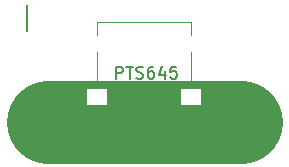
<source format=gto>
%TF.GenerationSoftware,KiCad,Pcbnew,4.0.5-e0-6337~49~ubuntu16.04.1*%
%TF.CreationDate,2017-02-13T23:15:32-08:00*%
%TF.ProjectId,2x3-6mm-Square-SMT-Pushbutton,3278332D366D6D2D5371756172652D53,1.0*%
%TF.FileFunction,Legend,Top*%
%FSLAX46Y46*%
G04 Gerber Fmt 4.6, Leading zero omitted, Abs format (unit mm)*
G04 Created by KiCad (PCBNEW 4.0.5-e0-6337~49~ubuntu16.04.1) date Mon Feb 13 23:15:32 2017*
%MOMM*%
%LPD*%
G01*
G04 APERTURE LIST*
%ADD10C,0.350000*%
%ADD11C,0.100000*%
%ADD12C,7.000000*%
%ADD13C,0.152400*%
%ADD14C,0.150000*%
%ADD15R,1.702400X1.452400*%
G04 APERTURE END LIST*
D10*
D11*
X35293800Y-56167400D02*
X27293800Y-56167400D01*
X35293800Y-48167400D02*
X35293800Y-56167400D01*
X27293800Y-48167400D02*
X35293800Y-48167400D01*
X27293800Y-56167400D02*
X27293800Y-48167400D01*
D12*
X39493800Y-56567400D02*
X23193800Y-56567400D01*
D13*
X33393800Y-58667400D02*
X33393800Y-56417400D01*
X21393800Y-56417400D02*
X21393800Y-58667400D01*
X21393800Y-46667400D02*
X21393800Y-48917400D01*
D14*
X28946181Y-52919781D02*
X28946181Y-51919781D01*
X29327134Y-51919781D01*
X29422372Y-51967400D01*
X29469991Y-52015019D01*
X29517610Y-52110257D01*
X29517610Y-52253114D01*
X29469991Y-52348352D01*
X29422372Y-52395971D01*
X29327134Y-52443590D01*
X28946181Y-52443590D01*
X29803324Y-51919781D02*
X30374753Y-51919781D01*
X30089038Y-52919781D02*
X30089038Y-51919781D01*
X30660467Y-52872162D02*
X30803324Y-52919781D01*
X31041420Y-52919781D01*
X31136658Y-52872162D01*
X31184277Y-52824543D01*
X31231896Y-52729305D01*
X31231896Y-52634067D01*
X31184277Y-52538829D01*
X31136658Y-52491210D01*
X31041420Y-52443590D01*
X30850943Y-52395971D01*
X30755705Y-52348352D01*
X30708086Y-52300733D01*
X30660467Y-52205495D01*
X30660467Y-52110257D01*
X30708086Y-52015019D01*
X30755705Y-51967400D01*
X30850943Y-51919781D01*
X31089039Y-51919781D01*
X31231896Y-51967400D01*
X32089039Y-51919781D02*
X31898562Y-51919781D01*
X31803324Y-51967400D01*
X31755705Y-52015019D01*
X31660467Y-52157876D01*
X31612848Y-52348352D01*
X31612848Y-52729305D01*
X31660467Y-52824543D01*
X31708086Y-52872162D01*
X31803324Y-52919781D01*
X31993801Y-52919781D01*
X32089039Y-52872162D01*
X32136658Y-52824543D01*
X32184277Y-52729305D01*
X32184277Y-52491210D01*
X32136658Y-52395971D01*
X32089039Y-52348352D01*
X31993801Y-52300733D01*
X31803324Y-52300733D01*
X31708086Y-52348352D01*
X31660467Y-52395971D01*
X31612848Y-52491210D01*
X33041420Y-52253114D02*
X33041420Y-52919781D01*
X32803324Y-51872162D02*
X32565229Y-52586448D01*
X33184277Y-52586448D01*
X34041420Y-51919781D02*
X33565229Y-51919781D01*
X33517610Y-52395971D01*
X33565229Y-52348352D01*
X33660467Y-52300733D01*
X33898563Y-52300733D01*
X33993801Y-52348352D01*
X34041420Y-52395971D01*
X34089039Y-52491210D01*
X34089039Y-52729305D01*
X34041420Y-52824543D01*
X33993801Y-52872162D01*
X33898563Y-52919781D01*
X33660467Y-52919781D01*
X33565229Y-52872162D01*
X33517610Y-52824543D01*
%LPC*%
D15*
X27293800Y-54467400D03*
X27293800Y-49967400D03*
X35243800Y-54467400D03*
X35243800Y-49967400D03*
M02*

</source>
